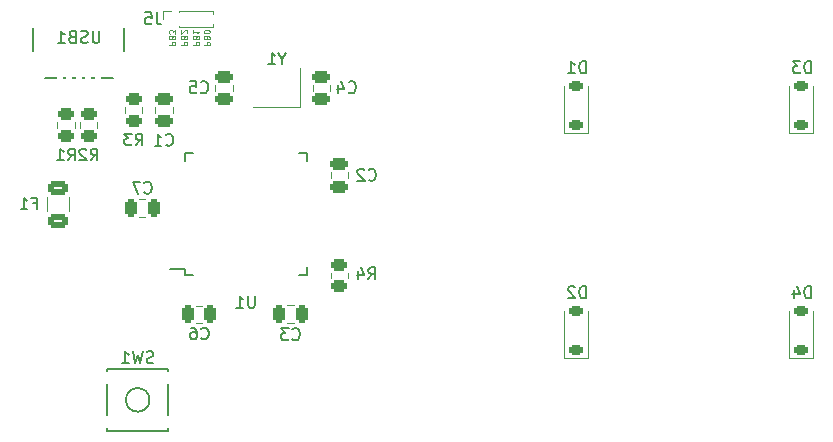
<source format=gbo>
%TF.GenerationSoftware,KiCad,Pcbnew,7.0.10*%
%TF.CreationDate,2024-01-31T10:21:27-06:00*%
%TF.ProjectId,Keyboard3x3,4b657962-6f61-4726-9433-78332e6b6963,rev?*%
%TF.SameCoordinates,Original*%
%TF.FileFunction,Legend,Bot*%
%TF.FilePolarity,Positive*%
%FSLAX46Y46*%
G04 Gerber Fmt 4.6, Leading zero omitted, Abs format (unit mm)*
G04 Created by KiCad (PCBNEW 7.0.10) date 2024-01-31 10:21:27*
%MOMM*%
%LPD*%
G01*
G04 APERTURE LIST*
G04 Aperture macros list*
%AMRoundRect*
0 Rectangle with rounded corners*
0 $1 Rounding radius*
0 $2 $3 $4 $5 $6 $7 $8 $9 X,Y pos of 4 corners*
0 Add a 4 corners polygon primitive as box body*
4,1,4,$2,$3,$4,$5,$6,$7,$8,$9,$2,$3,0*
0 Add four circle primitives for the rounded corners*
1,1,$1+$1,$2,$3*
1,1,$1+$1,$4,$5*
1,1,$1+$1,$6,$7*
1,1,$1+$1,$8,$9*
0 Add four rect primitives between the rounded corners*
20,1,$1+$1,$2,$3,$4,$5,0*
20,1,$1+$1,$4,$5,$6,$7,0*
20,1,$1+$1,$6,$7,$8,$9,0*
20,1,$1+$1,$8,$9,$2,$3,0*%
%AMHorizOval*
0 Thick line with rounded ends*
0 $1 width*
0 $2 $3 position (X,Y) of the first rounded end (center of the circle)*
0 $4 $5 position (X,Y) of the second rounded end (center of the circle)*
0 Add line between two ends*
20,1,$1,$2,$3,$4,$5,0*
0 Add two circle primitives to create the rounded ends*
1,1,$1,$2,$3*
1,1,$1,$4,$5*%
G04 Aperture macros list end*
%ADD10C,0.076200*%
%ADD11C,0.150000*%
%ADD12C,0.120000*%
%ADD13R,0.850000X0.850000*%
%ADD14O,0.850000X0.850000*%
%ADD15C,1.750000*%
%ADD16C,3.987800*%
%ADD17HorizOval,2.250000X0.655001X0.730000X-0.655001X-0.730000X0*%
%ADD18C,2.250000*%
%ADD19HorizOval,2.250000X0.020000X0.290000X-0.020000X-0.290000X0*%
%ADD20C,1.905000*%
%ADD21R,1.905000X1.905000*%
%ADD22R,0.500000X2.250000*%
%ADD23O,1.700000X2.700000*%
%ADD24RoundRect,0.250000X-0.250000X-0.475000X0.250000X-0.475000X0.250000X0.475000X-0.250000X0.475000X0*%
%ADD25RoundRect,0.250000X-0.450000X0.262500X-0.450000X-0.262500X0.450000X-0.262500X0.450000X0.262500X0*%
%ADD26RoundRect,0.225000X0.375000X-0.225000X0.375000X0.225000X-0.375000X0.225000X-0.375000X-0.225000X0*%
%ADD27RoundRect,0.250000X0.250000X0.475000X-0.250000X0.475000X-0.250000X-0.475000X0.250000X-0.475000X0*%
%ADD28RoundRect,0.250000X0.475000X-0.250000X0.475000X0.250000X-0.475000X0.250000X-0.475000X-0.250000X0*%
%ADD29RoundRect,0.250000X-0.475000X0.250000X-0.475000X-0.250000X0.475000X-0.250000X0.475000X0.250000X0*%
%ADD30R,1.400000X1.200000*%
%ADD31R,1.500000X0.550000*%
%ADD32R,0.550000X1.500000*%
%ADD33R,1.800000X1.100000*%
%ADD34RoundRect,0.250000X-0.625000X0.375000X-0.625000X-0.375000X0.625000X-0.375000X0.625000X0.375000X0*%
G04 APERTURE END LIST*
D10*
X52294952Y-52138952D02*
X52802952Y-52138952D01*
X52802952Y-52138952D02*
X52802952Y-51945428D01*
X52802952Y-51945428D02*
X52778762Y-51897047D01*
X52778762Y-51897047D02*
X52754571Y-51872857D01*
X52754571Y-51872857D02*
X52706190Y-51848666D01*
X52706190Y-51848666D02*
X52633619Y-51848666D01*
X52633619Y-51848666D02*
X52585238Y-51872857D01*
X52585238Y-51872857D02*
X52561047Y-51897047D01*
X52561047Y-51897047D02*
X52536857Y-51945428D01*
X52536857Y-51945428D02*
X52536857Y-52138952D01*
X52561047Y-51461619D02*
X52536857Y-51389047D01*
X52536857Y-51389047D02*
X52512666Y-51364857D01*
X52512666Y-51364857D02*
X52464285Y-51340666D01*
X52464285Y-51340666D02*
X52391714Y-51340666D01*
X52391714Y-51340666D02*
X52343333Y-51364857D01*
X52343333Y-51364857D02*
X52319143Y-51389047D01*
X52319143Y-51389047D02*
X52294952Y-51437428D01*
X52294952Y-51437428D02*
X52294952Y-51630952D01*
X52294952Y-51630952D02*
X52802952Y-51630952D01*
X52802952Y-51630952D02*
X52802952Y-51461619D01*
X52802952Y-51461619D02*
X52778762Y-51413238D01*
X52778762Y-51413238D02*
X52754571Y-51389047D01*
X52754571Y-51389047D02*
X52706190Y-51364857D01*
X52706190Y-51364857D02*
X52657809Y-51364857D01*
X52657809Y-51364857D02*
X52609428Y-51389047D01*
X52609428Y-51389047D02*
X52585238Y-51413238D01*
X52585238Y-51413238D02*
X52561047Y-51461619D01*
X52561047Y-51461619D02*
X52561047Y-51630952D01*
X52802952Y-51171333D02*
X52802952Y-50856857D01*
X52802952Y-50856857D02*
X52609428Y-51026190D01*
X52609428Y-51026190D02*
X52609428Y-50953619D01*
X52609428Y-50953619D02*
X52585238Y-50905238D01*
X52585238Y-50905238D02*
X52561047Y-50881047D01*
X52561047Y-50881047D02*
X52512666Y-50856857D01*
X52512666Y-50856857D02*
X52391714Y-50856857D01*
X52391714Y-50856857D02*
X52343333Y-50881047D01*
X52343333Y-50881047D02*
X52319143Y-50905238D01*
X52319143Y-50905238D02*
X52294952Y-50953619D01*
X52294952Y-50953619D02*
X52294952Y-51098762D01*
X52294952Y-51098762D02*
X52319143Y-51147143D01*
X52319143Y-51147143D02*
X52343333Y-51171333D01*
X53310952Y-52138952D02*
X53818952Y-52138952D01*
X53818952Y-52138952D02*
X53818952Y-51945428D01*
X53818952Y-51945428D02*
X53794762Y-51897047D01*
X53794762Y-51897047D02*
X53770571Y-51872857D01*
X53770571Y-51872857D02*
X53722190Y-51848666D01*
X53722190Y-51848666D02*
X53649619Y-51848666D01*
X53649619Y-51848666D02*
X53601238Y-51872857D01*
X53601238Y-51872857D02*
X53577047Y-51897047D01*
X53577047Y-51897047D02*
X53552857Y-51945428D01*
X53552857Y-51945428D02*
X53552857Y-52138952D01*
X53577047Y-51461619D02*
X53552857Y-51389047D01*
X53552857Y-51389047D02*
X53528666Y-51364857D01*
X53528666Y-51364857D02*
X53480285Y-51340666D01*
X53480285Y-51340666D02*
X53407714Y-51340666D01*
X53407714Y-51340666D02*
X53359333Y-51364857D01*
X53359333Y-51364857D02*
X53335143Y-51389047D01*
X53335143Y-51389047D02*
X53310952Y-51437428D01*
X53310952Y-51437428D02*
X53310952Y-51630952D01*
X53310952Y-51630952D02*
X53818952Y-51630952D01*
X53818952Y-51630952D02*
X53818952Y-51461619D01*
X53818952Y-51461619D02*
X53794762Y-51413238D01*
X53794762Y-51413238D02*
X53770571Y-51389047D01*
X53770571Y-51389047D02*
X53722190Y-51364857D01*
X53722190Y-51364857D02*
X53673809Y-51364857D01*
X53673809Y-51364857D02*
X53625428Y-51389047D01*
X53625428Y-51389047D02*
X53601238Y-51413238D01*
X53601238Y-51413238D02*
X53577047Y-51461619D01*
X53577047Y-51461619D02*
X53577047Y-51630952D01*
X53770571Y-51147143D02*
X53794762Y-51122952D01*
X53794762Y-51122952D02*
X53818952Y-51074571D01*
X53818952Y-51074571D02*
X53818952Y-50953619D01*
X53818952Y-50953619D02*
X53794762Y-50905238D01*
X53794762Y-50905238D02*
X53770571Y-50881047D01*
X53770571Y-50881047D02*
X53722190Y-50856857D01*
X53722190Y-50856857D02*
X53673809Y-50856857D01*
X53673809Y-50856857D02*
X53601238Y-50881047D01*
X53601238Y-50881047D02*
X53310952Y-51171333D01*
X53310952Y-51171333D02*
X53310952Y-50856857D01*
X54326952Y-52138952D02*
X54834952Y-52138952D01*
X54834952Y-52138952D02*
X54834952Y-51945428D01*
X54834952Y-51945428D02*
X54810762Y-51897047D01*
X54810762Y-51897047D02*
X54786571Y-51872857D01*
X54786571Y-51872857D02*
X54738190Y-51848666D01*
X54738190Y-51848666D02*
X54665619Y-51848666D01*
X54665619Y-51848666D02*
X54617238Y-51872857D01*
X54617238Y-51872857D02*
X54593047Y-51897047D01*
X54593047Y-51897047D02*
X54568857Y-51945428D01*
X54568857Y-51945428D02*
X54568857Y-52138952D01*
X54593047Y-51461619D02*
X54568857Y-51389047D01*
X54568857Y-51389047D02*
X54544666Y-51364857D01*
X54544666Y-51364857D02*
X54496285Y-51340666D01*
X54496285Y-51340666D02*
X54423714Y-51340666D01*
X54423714Y-51340666D02*
X54375333Y-51364857D01*
X54375333Y-51364857D02*
X54351143Y-51389047D01*
X54351143Y-51389047D02*
X54326952Y-51437428D01*
X54326952Y-51437428D02*
X54326952Y-51630952D01*
X54326952Y-51630952D02*
X54834952Y-51630952D01*
X54834952Y-51630952D02*
X54834952Y-51461619D01*
X54834952Y-51461619D02*
X54810762Y-51413238D01*
X54810762Y-51413238D02*
X54786571Y-51389047D01*
X54786571Y-51389047D02*
X54738190Y-51364857D01*
X54738190Y-51364857D02*
X54689809Y-51364857D01*
X54689809Y-51364857D02*
X54641428Y-51389047D01*
X54641428Y-51389047D02*
X54617238Y-51413238D01*
X54617238Y-51413238D02*
X54593047Y-51461619D01*
X54593047Y-51461619D02*
X54593047Y-51630952D01*
X54326952Y-50856857D02*
X54326952Y-51147143D01*
X54326952Y-51002000D02*
X54834952Y-51002000D01*
X54834952Y-51002000D02*
X54762381Y-51050381D01*
X54762381Y-51050381D02*
X54714000Y-51098762D01*
X54714000Y-51098762D02*
X54689809Y-51147143D01*
X55215952Y-52138952D02*
X55723952Y-52138952D01*
X55723952Y-52138952D02*
X55723952Y-51945428D01*
X55723952Y-51945428D02*
X55699762Y-51897047D01*
X55699762Y-51897047D02*
X55675571Y-51872857D01*
X55675571Y-51872857D02*
X55627190Y-51848666D01*
X55627190Y-51848666D02*
X55554619Y-51848666D01*
X55554619Y-51848666D02*
X55506238Y-51872857D01*
X55506238Y-51872857D02*
X55482047Y-51897047D01*
X55482047Y-51897047D02*
X55457857Y-51945428D01*
X55457857Y-51945428D02*
X55457857Y-52138952D01*
X55482047Y-51461619D02*
X55457857Y-51389047D01*
X55457857Y-51389047D02*
X55433666Y-51364857D01*
X55433666Y-51364857D02*
X55385285Y-51340666D01*
X55385285Y-51340666D02*
X55312714Y-51340666D01*
X55312714Y-51340666D02*
X55264333Y-51364857D01*
X55264333Y-51364857D02*
X55240143Y-51389047D01*
X55240143Y-51389047D02*
X55215952Y-51437428D01*
X55215952Y-51437428D02*
X55215952Y-51630952D01*
X55215952Y-51630952D02*
X55723952Y-51630952D01*
X55723952Y-51630952D02*
X55723952Y-51461619D01*
X55723952Y-51461619D02*
X55699762Y-51413238D01*
X55699762Y-51413238D02*
X55675571Y-51389047D01*
X55675571Y-51389047D02*
X55627190Y-51364857D01*
X55627190Y-51364857D02*
X55578809Y-51364857D01*
X55578809Y-51364857D02*
X55530428Y-51389047D01*
X55530428Y-51389047D02*
X55506238Y-51413238D01*
X55506238Y-51413238D02*
X55482047Y-51461619D01*
X55482047Y-51461619D02*
X55482047Y-51630952D01*
X55723952Y-51026190D02*
X55723952Y-50977809D01*
X55723952Y-50977809D02*
X55699762Y-50929428D01*
X55699762Y-50929428D02*
X55675571Y-50905238D01*
X55675571Y-50905238D02*
X55627190Y-50881047D01*
X55627190Y-50881047D02*
X55530428Y-50856857D01*
X55530428Y-50856857D02*
X55409476Y-50856857D01*
X55409476Y-50856857D02*
X55312714Y-50881047D01*
X55312714Y-50881047D02*
X55264333Y-50905238D01*
X55264333Y-50905238D02*
X55240143Y-50929428D01*
X55240143Y-50929428D02*
X55215952Y-50977809D01*
X55215952Y-50977809D02*
X55215952Y-51026190D01*
X55215952Y-51026190D02*
X55240143Y-51074571D01*
X55240143Y-51074571D02*
X55264333Y-51098762D01*
X55264333Y-51098762D02*
X55312714Y-51122952D01*
X55312714Y-51122952D02*
X55409476Y-51147143D01*
X55409476Y-51147143D02*
X55530428Y-51147143D01*
X55530428Y-51147143D02*
X55627190Y-51122952D01*
X55627190Y-51122952D02*
X55675571Y-51098762D01*
X55675571Y-51098762D02*
X55699762Y-51074571D01*
X55699762Y-51074571D02*
X55723952Y-51026190D01*
D11*
X51233333Y-49374819D02*
X51233333Y-50089104D01*
X51233333Y-50089104D02*
X51280952Y-50231961D01*
X51280952Y-50231961D02*
X51376190Y-50327200D01*
X51376190Y-50327200D02*
X51519047Y-50374819D01*
X51519047Y-50374819D02*
X51614285Y-50374819D01*
X50280952Y-49374819D02*
X50757142Y-49374819D01*
X50757142Y-49374819D02*
X50804761Y-49851009D01*
X50804761Y-49851009D02*
X50757142Y-49803390D01*
X50757142Y-49803390D02*
X50661904Y-49755771D01*
X50661904Y-49755771D02*
X50423809Y-49755771D01*
X50423809Y-49755771D02*
X50328571Y-49803390D01*
X50328571Y-49803390D02*
X50280952Y-49851009D01*
X50280952Y-49851009D02*
X50233333Y-49946247D01*
X50233333Y-49946247D02*
X50233333Y-50184342D01*
X50233333Y-50184342D02*
X50280952Y-50279580D01*
X50280952Y-50279580D02*
X50328571Y-50327200D01*
X50328571Y-50327200D02*
X50423809Y-50374819D01*
X50423809Y-50374819D02*
X50661904Y-50374819D01*
X50661904Y-50374819D02*
X50757142Y-50327200D01*
X50757142Y-50327200D02*
X50804761Y-50279580D01*
X46390094Y-50936819D02*
X46390094Y-51746342D01*
X46390094Y-51746342D02*
X46342475Y-51841580D01*
X46342475Y-51841580D02*
X46294856Y-51889200D01*
X46294856Y-51889200D02*
X46199618Y-51936819D01*
X46199618Y-51936819D02*
X46009142Y-51936819D01*
X46009142Y-51936819D02*
X45913904Y-51889200D01*
X45913904Y-51889200D02*
X45866285Y-51841580D01*
X45866285Y-51841580D02*
X45818666Y-51746342D01*
X45818666Y-51746342D02*
X45818666Y-50936819D01*
X45390094Y-51889200D02*
X45247237Y-51936819D01*
X45247237Y-51936819D02*
X45009142Y-51936819D01*
X45009142Y-51936819D02*
X44913904Y-51889200D01*
X44913904Y-51889200D02*
X44866285Y-51841580D01*
X44866285Y-51841580D02*
X44818666Y-51746342D01*
X44818666Y-51746342D02*
X44818666Y-51651104D01*
X44818666Y-51651104D02*
X44866285Y-51555866D01*
X44866285Y-51555866D02*
X44913904Y-51508247D01*
X44913904Y-51508247D02*
X45009142Y-51460628D01*
X45009142Y-51460628D02*
X45199618Y-51413009D01*
X45199618Y-51413009D02*
X45294856Y-51365390D01*
X45294856Y-51365390D02*
X45342475Y-51317771D01*
X45342475Y-51317771D02*
X45390094Y-51222533D01*
X45390094Y-51222533D02*
X45390094Y-51127295D01*
X45390094Y-51127295D02*
X45342475Y-51032057D01*
X45342475Y-51032057D02*
X45294856Y-50984438D01*
X45294856Y-50984438D02*
X45199618Y-50936819D01*
X45199618Y-50936819D02*
X44961523Y-50936819D01*
X44961523Y-50936819D02*
X44818666Y-50984438D01*
X44056761Y-51413009D02*
X43913904Y-51460628D01*
X43913904Y-51460628D02*
X43866285Y-51508247D01*
X43866285Y-51508247D02*
X43818666Y-51603485D01*
X43818666Y-51603485D02*
X43818666Y-51746342D01*
X43818666Y-51746342D02*
X43866285Y-51841580D01*
X43866285Y-51841580D02*
X43913904Y-51889200D01*
X43913904Y-51889200D02*
X44009142Y-51936819D01*
X44009142Y-51936819D02*
X44390094Y-51936819D01*
X44390094Y-51936819D02*
X44390094Y-50936819D01*
X44390094Y-50936819D02*
X44056761Y-50936819D01*
X44056761Y-50936819D02*
X43961523Y-50984438D01*
X43961523Y-50984438D02*
X43913904Y-51032057D01*
X43913904Y-51032057D02*
X43866285Y-51127295D01*
X43866285Y-51127295D02*
X43866285Y-51222533D01*
X43866285Y-51222533D02*
X43913904Y-51317771D01*
X43913904Y-51317771D02*
X43961523Y-51365390D01*
X43961523Y-51365390D02*
X44056761Y-51413009D01*
X44056761Y-51413009D02*
X44390094Y-51413009D01*
X42866285Y-51936819D02*
X43437713Y-51936819D01*
X43151999Y-51936819D02*
X43151999Y-50936819D01*
X43151999Y-50936819D02*
X43247237Y-51079676D01*
X43247237Y-51079676D02*
X43342475Y-51174914D01*
X43342475Y-51174914D02*
X43437713Y-51222533D01*
X55010666Y-76959080D02*
X55058285Y-77006700D01*
X55058285Y-77006700D02*
X55201142Y-77054319D01*
X55201142Y-77054319D02*
X55296380Y-77054319D01*
X55296380Y-77054319D02*
X55439237Y-77006700D01*
X55439237Y-77006700D02*
X55534475Y-76911461D01*
X55534475Y-76911461D02*
X55582094Y-76816223D01*
X55582094Y-76816223D02*
X55629713Y-76625747D01*
X55629713Y-76625747D02*
X55629713Y-76482890D01*
X55629713Y-76482890D02*
X55582094Y-76292414D01*
X55582094Y-76292414D02*
X55534475Y-76197176D01*
X55534475Y-76197176D02*
X55439237Y-76101938D01*
X55439237Y-76101938D02*
X55296380Y-76054319D01*
X55296380Y-76054319D02*
X55201142Y-76054319D01*
X55201142Y-76054319D02*
X55058285Y-76101938D01*
X55058285Y-76101938D02*
X55010666Y-76149557D01*
X54153523Y-76054319D02*
X54343999Y-76054319D01*
X54343999Y-76054319D02*
X54439237Y-76101938D01*
X54439237Y-76101938D02*
X54486856Y-76149557D01*
X54486856Y-76149557D02*
X54582094Y-76292414D01*
X54582094Y-76292414D02*
X54629713Y-76482890D01*
X54629713Y-76482890D02*
X54629713Y-76863842D01*
X54629713Y-76863842D02*
X54582094Y-76959080D01*
X54582094Y-76959080D02*
X54534475Y-77006700D01*
X54534475Y-77006700D02*
X54439237Y-77054319D01*
X54439237Y-77054319D02*
X54248761Y-77054319D01*
X54248761Y-77054319D02*
X54153523Y-77006700D01*
X54153523Y-77006700D02*
X54105904Y-76959080D01*
X54105904Y-76959080D02*
X54058285Y-76863842D01*
X54058285Y-76863842D02*
X54058285Y-76625747D01*
X54058285Y-76625747D02*
X54105904Y-76530509D01*
X54105904Y-76530509D02*
X54153523Y-76482890D01*
X54153523Y-76482890D02*
X54248761Y-76435271D01*
X54248761Y-76435271D02*
X54439237Y-76435271D01*
X54439237Y-76435271D02*
X54534475Y-76482890D01*
X54534475Y-76482890D02*
X54582094Y-76530509D01*
X54582094Y-76530509D02*
X54629713Y-76625747D01*
X45646666Y-61899819D02*
X45979999Y-61423628D01*
X46218094Y-61899819D02*
X46218094Y-60899819D01*
X46218094Y-60899819D02*
X45837142Y-60899819D01*
X45837142Y-60899819D02*
X45741904Y-60947438D01*
X45741904Y-60947438D02*
X45694285Y-60995057D01*
X45694285Y-60995057D02*
X45646666Y-61090295D01*
X45646666Y-61090295D02*
X45646666Y-61233152D01*
X45646666Y-61233152D02*
X45694285Y-61328390D01*
X45694285Y-61328390D02*
X45741904Y-61376009D01*
X45741904Y-61376009D02*
X45837142Y-61423628D01*
X45837142Y-61423628D02*
X46218094Y-61423628D01*
X45265713Y-60995057D02*
X45218094Y-60947438D01*
X45218094Y-60947438D02*
X45122856Y-60899819D01*
X45122856Y-60899819D02*
X44884761Y-60899819D01*
X44884761Y-60899819D02*
X44789523Y-60947438D01*
X44789523Y-60947438D02*
X44741904Y-60995057D01*
X44741904Y-60995057D02*
X44694285Y-61090295D01*
X44694285Y-61090295D02*
X44694285Y-61185533D01*
X44694285Y-61185533D02*
X44741904Y-61328390D01*
X44741904Y-61328390D02*
X45313332Y-61899819D01*
X45313332Y-61899819D02*
X44694285Y-61899819D01*
X49456666Y-60629819D02*
X49789999Y-60153628D01*
X50028094Y-60629819D02*
X50028094Y-59629819D01*
X50028094Y-59629819D02*
X49647142Y-59629819D01*
X49647142Y-59629819D02*
X49551904Y-59677438D01*
X49551904Y-59677438D02*
X49504285Y-59725057D01*
X49504285Y-59725057D02*
X49456666Y-59820295D01*
X49456666Y-59820295D02*
X49456666Y-59963152D01*
X49456666Y-59963152D02*
X49504285Y-60058390D01*
X49504285Y-60058390D02*
X49551904Y-60106009D01*
X49551904Y-60106009D02*
X49647142Y-60153628D01*
X49647142Y-60153628D02*
X50028094Y-60153628D01*
X49123332Y-59629819D02*
X48504285Y-59629819D01*
X48504285Y-59629819D02*
X48837618Y-60010771D01*
X48837618Y-60010771D02*
X48694761Y-60010771D01*
X48694761Y-60010771D02*
X48599523Y-60058390D01*
X48599523Y-60058390D02*
X48551904Y-60106009D01*
X48551904Y-60106009D02*
X48504285Y-60201247D01*
X48504285Y-60201247D02*
X48504285Y-60439342D01*
X48504285Y-60439342D02*
X48551904Y-60534580D01*
X48551904Y-60534580D02*
X48599523Y-60582200D01*
X48599523Y-60582200D02*
X48694761Y-60629819D01*
X48694761Y-60629819D02*
X48980475Y-60629819D01*
X48980475Y-60629819D02*
X49075713Y-60582200D01*
X49075713Y-60582200D02*
X49123332Y-60534580D01*
X43741666Y-61899819D02*
X44074999Y-61423628D01*
X44313094Y-61899819D02*
X44313094Y-60899819D01*
X44313094Y-60899819D02*
X43932142Y-60899819D01*
X43932142Y-60899819D02*
X43836904Y-60947438D01*
X43836904Y-60947438D02*
X43789285Y-60995057D01*
X43789285Y-60995057D02*
X43741666Y-61090295D01*
X43741666Y-61090295D02*
X43741666Y-61233152D01*
X43741666Y-61233152D02*
X43789285Y-61328390D01*
X43789285Y-61328390D02*
X43836904Y-61376009D01*
X43836904Y-61376009D02*
X43932142Y-61423628D01*
X43932142Y-61423628D02*
X44313094Y-61423628D01*
X42789285Y-61899819D02*
X43360713Y-61899819D01*
X43074999Y-61899819D02*
X43074999Y-60899819D01*
X43074999Y-60899819D02*
X43170237Y-61042676D01*
X43170237Y-61042676D02*
X43265475Y-61137914D01*
X43265475Y-61137914D02*
X43360713Y-61185533D01*
X106635594Y-54504819D02*
X106635594Y-53504819D01*
X106635594Y-53504819D02*
X106397499Y-53504819D01*
X106397499Y-53504819D02*
X106254642Y-53552438D01*
X106254642Y-53552438D02*
X106159404Y-53647676D01*
X106159404Y-53647676D02*
X106111785Y-53742914D01*
X106111785Y-53742914D02*
X106064166Y-53933390D01*
X106064166Y-53933390D02*
X106064166Y-54076247D01*
X106064166Y-54076247D02*
X106111785Y-54266723D01*
X106111785Y-54266723D02*
X106159404Y-54361961D01*
X106159404Y-54361961D02*
X106254642Y-54457200D01*
X106254642Y-54457200D02*
X106397499Y-54504819D01*
X106397499Y-54504819D02*
X106635594Y-54504819D01*
X105730832Y-53504819D02*
X105111785Y-53504819D01*
X105111785Y-53504819D02*
X105445118Y-53885771D01*
X105445118Y-53885771D02*
X105302261Y-53885771D01*
X105302261Y-53885771D02*
X105207023Y-53933390D01*
X105207023Y-53933390D02*
X105159404Y-53981009D01*
X105159404Y-53981009D02*
X105111785Y-54076247D01*
X105111785Y-54076247D02*
X105111785Y-54314342D01*
X105111785Y-54314342D02*
X105159404Y-54409580D01*
X105159404Y-54409580D02*
X105207023Y-54457200D01*
X105207023Y-54457200D02*
X105302261Y-54504819D01*
X105302261Y-54504819D02*
X105587975Y-54504819D01*
X105587975Y-54504819D02*
X105683213Y-54457200D01*
X105683213Y-54457200D02*
X105730832Y-54409580D01*
X87585594Y-54504819D02*
X87585594Y-53504819D01*
X87585594Y-53504819D02*
X87347499Y-53504819D01*
X87347499Y-53504819D02*
X87204642Y-53552438D01*
X87204642Y-53552438D02*
X87109404Y-53647676D01*
X87109404Y-53647676D02*
X87061785Y-53742914D01*
X87061785Y-53742914D02*
X87014166Y-53933390D01*
X87014166Y-53933390D02*
X87014166Y-54076247D01*
X87014166Y-54076247D02*
X87061785Y-54266723D01*
X87061785Y-54266723D02*
X87109404Y-54361961D01*
X87109404Y-54361961D02*
X87204642Y-54457200D01*
X87204642Y-54457200D02*
X87347499Y-54504819D01*
X87347499Y-54504819D02*
X87585594Y-54504819D01*
X86061785Y-54504819D02*
X86633213Y-54504819D01*
X86347499Y-54504819D02*
X86347499Y-53504819D01*
X86347499Y-53504819D02*
X86442737Y-53647676D01*
X86442737Y-53647676D02*
X86537975Y-53742914D01*
X86537975Y-53742914D02*
X86633213Y-53790533D01*
X50190416Y-64607580D02*
X50238035Y-64655200D01*
X50238035Y-64655200D02*
X50380892Y-64702819D01*
X50380892Y-64702819D02*
X50476130Y-64702819D01*
X50476130Y-64702819D02*
X50618987Y-64655200D01*
X50618987Y-64655200D02*
X50714225Y-64559961D01*
X50714225Y-64559961D02*
X50761844Y-64464723D01*
X50761844Y-64464723D02*
X50809463Y-64274247D01*
X50809463Y-64274247D02*
X50809463Y-64131390D01*
X50809463Y-64131390D02*
X50761844Y-63940914D01*
X50761844Y-63940914D02*
X50714225Y-63845676D01*
X50714225Y-63845676D02*
X50618987Y-63750438D01*
X50618987Y-63750438D02*
X50476130Y-63702819D01*
X50476130Y-63702819D02*
X50380892Y-63702819D01*
X50380892Y-63702819D02*
X50238035Y-63750438D01*
X50238035Y-63750438D02*
X50190416Y-63798057D01*
X49857082Y-63702819D02*
X49190416Y-63702819D01*
X49190416Y-63702819D02*
X49618987Y-64702819D01*
X69187666Y-63524830D02*
X69235285Y-63572450D01*
X69235285Y-63572450D02*
X69378142Y-63620069D01*
X69378142Y-63620069D02*
X69473380Y-63620069D01*
X69473380Y-63620069D02*
X69616237Y-63572450D01*
X69616237Y-63572450D02*
X69711475Y-63477211D01*
X69711475Y-63477211D02*
X69759094Y-63381973D01*
X69759094Y-63381973D02*
X69806713Y-63191497D01*
X69806713Y-63191497D02*
X69806713Y-63048640D01*
X69806713Y-63048640D02*
X69759094Y-62858164D01*
X69759094Y-62858164D02*
X69711475Y-62762926D01*
X69711475Y-62762926D02*
X69616237Y-62667688D01*
X69616237Y-62667688D02*
X69473380Y-62620069D01*
X69473380Y-62620069D02*
X69378142Y-62620069D01*
X69378142Y-62620069D02*
X69235285Y-62667688D01*
X69235285Y-62667688D02*
X69187666Y-62715307D01*
X68806713Y-62715307D02*
X68759094Y-62667688D01*
X68759094Y-62667688D02*
X68663856Y-62620069D01*
X68663856Y-62620069D02*
X68425761Y-62620069D01*
X68425761Y-62620069D02*
X68330523Y-62667688D01*
X68330523Y-62667688D02*
X68282904Y-62715307D01*
X68282904Y-62715307D02*
X68235285Y-62810545D01*
X68235285Y-62810545D02*
X68235285Y-62905783D01*
X68235285Y-62905783D02*
X68282904Y-63048640D01*
X68282904Y-63048640D02*
X68854332Y-63620069D01*
X68854332Y-63620069D02*
X68235285Y-63620069D01*
X67486666Y-56109580D02*
X67534285Y-56157200D01*
X67534285Y-56157200D02*
X67677142Y-56204819D01*
X67677142Y-56204819D02*
X67772380Y-56204819D01*
X67772380Y-56204819D02*
X67915237Y-56157200D01*
X67915237Y-56157200D02*
X68010475Y-56061961D01*
X68010475Y-56061961D02*
X68058094Y-55966723D01*
X68058094Y-55966723D02*
X68105713Y-55776247D01*
X68105713Y-55776247D02*
X68105713Y-55633390D01*
X68105713Y-55633390D02*
X68058094Y-55442914D01*
X68058094Y-55442914D02*
X68010475Y-55347676D01*
X68010475Y-55347676D02*
X67915237Y-55252438D01*
X67915237Y-55252438D02*
X67772380Y-55204819D01*
X67772380Y-55204819D02*
X67677142Y-55204819D01*
X67677142Y-55204819D02*
X67534285Y-55252438D01*
X67534285Y-55252438D02*
X67486666Y-55300057D01*
X66629523Y-55538152D02*
X66629523Y-56204819D01*
X66867618Y-55157200D02*
X67105713Y-55871485D01*
X67105713Y-55871485D02*
X66486666Y-55871485D01*
X61881558Y-53293896D02*
X61881558Y-53770087D01*
X62214891Y-52770087D02*
X61881558Y-53293896D01*
X61881558Y-53293896D02*
X61548225Y-52770087D01*
X60691082Y-53770087D02*
X61262510Y-53770087D01*
X60976796Y-53770087D02*
X60976796Y-52770087D01*
X60976796Y-52770087D02*
X61072034Y-52912944D01*
X61072034Y-52912944D02*
X61167272Y-53008182D01*
X61167272Y-53008182D02*
X61262510Y-53055801D01*
X59541904Y-73369819D02*
X59541904Y-74179342D01*
X59541904Y-74179342D02*
X59494285Y-74274580D01*
X59494285Y-74274580D02*
X59446666Y-74322200D01*
X59446666Y-74322200D02*
X59351428Y-74369819D01*
X59351428Y-74369819D02*
X59160952Y-74369819D01*
X59160952Y-74369819D02*
X59065714Y-74322200D01*
X59065714Y-74322200D02*
X59018095Y-74274580D01*
X59018095Y-74274580D02*
X58970476Y-74179342D01*
X58970476Y-74179342D02*
X58970476Y-73369819D01*
X57970476Y-74369819D02*
X58541904Y-74369819D01*
X58256190Y-74369819D02*
X58256190Y-73369819D01*
X58256190Y-73369819D02*
X58351428Y-73512676D01*
X58351428Y-73512676D02*
X58446666Y-73607914D01*
X58446666Y-73607914D02*
X58541904Y-73655533D01*
X62731666Y-77023830D02*
X62779285Y-77071450D01*
X62779285Y-77071450D02*
X62922142Y-77119069D01*
X62922142Y-77119069D02*
X63017380Y-77119069D01*
X63017380Y-77119069D02*
X63160237Y-77071450D01*
X63160237Y-77071450D02*
X63255475Y-76976211D01*
X63255475Y-76976211D02*
X63303094Y-76880973D01*
X63303094Y-76880973D02*
X63350713Y-76690497D01*
X63350713Y-76690497D02*
X63350713Y-76547640D01*
X63350713Y-76547640D02*
X63303094Y-76357164D01*
X63303094Y-76357164D02*
X63255475Y-76261926D01*
X63255475Y-76261926D02*
X63160237Y-76166688D01*
X63160237Y-76166688D02*
X63017380Y-76119069D01*
X63017380Y-76119069D02*
X62922142Y-76119069D01*
X62922142Y-76119069D02*
X62779285Y-76166688D01*
X62779285Y-76166688D02*
X62731666Y-76214307D01*
X62398332Y-76119069D02*
X61779285Y-76119069D01*
X61779285Y-76119069D02*
X62112618Y-76500021D01*
X62112618Y-76500021D02*
X61969761Y-76500021D01*
X61969761Y-76500021D02*
X61874523Y-76547640D01*
X61874523Y-76547640D02*
X61826904Y-76595259D01*
X61826904Y-76595259D02*
X61779285Y-76690497D01*
X61779285Y-76690497D02*
X61779285Y-76928592D01*
X61779285Y-76928592D02*
X61826904Y-77023830D01*
X61826904Y-77023830D02*
X61874523Y-77071450D01*
X61874523Y-77071450D02*
X61969761Y-77119069D01*
X61969761Y-77119069D02*
X62255475Y-77119069D01*
X62255475Y-77119069D02*
X62350713Y-77071450D01*
X62350713Y-77071450D02*
X62398332Y-77023830D01*
X69169416Y-71961819D02*
X69502749Y-71485628D01*
X69740844Y-71961819D02*
X69740844Y-70961819D01*
X69740844Y-70961819D02*
X69359892Y-70961819D01*
X69359892Y-70961819D02*
X69264654Y-71009438D01*
X69264654Y-71009438D02*
X69217035Y-71057057D01*
X69217035Y-71057057D02*
X69169416Y-71152295D01*
X69169416Y-71152295D02*
X69169416Y-71295152D01*
X69169416Y-71295152D02*
X69217035Y-71390390D01*
X69217035Y-71390390D02*
X69264654Y-71438009D01*
X69264654Y-71438009D02*
X69359892Y-71485628D01*
X69359892Y-71485628D02*
X69740844Y-71485628D01*
X68312273Y-71295152D02*
X68312273Y-71961819D01*
X68550368Y-70914200D02*
X68788463Y-71628485D01*
X68788463Y-71628485D02*
X68169416Y-71628485D01*
X106635594Y-73554819D02*
X106635594Y-72554819D01*
X106635594Y-72554819D02*
X106397499Y-72554819D01*
X106397499Y-72554819D02*
X106254642Y-72602438D01*
X106254642Y-72602438D02*
X106159404Y-72697676D01*
X106159404Y-72697676D02*
X106111785Y-72792914D01*
X106111785Y-72792914D02*
X106064166Y-72983390D01*
X106064166Y-72983390D02*
X106064166Y-73126247D01*
X106064166Y-73126247D02*
X106111785Y-73316723D01*
X106111785Y-73316723D02*
X106159404Y-73411961D01*
X106159404Y-73411961D02*
X106254642Y-73507200D01*
X106254642Y-73507200D02*
X106397499Y-73554819D01*
X106397499Y-73554819D02*
X106635594Y-73554819D01*
X105207023Y-72888152D02*
X105207023Y-73554819D01*
X105445118Y-72507200D02*
X105683213Y-73221485D01*
X105683213Y-73221485D02*
X105064166Y-73221485D01*
X50959772Y-79024450D02*
X50816915Y-79072069D01*
X50816915Y-79072069D02*
X50578820Y-79072069D01*
X50578820Y-79072069D02*
X50483582Y-79024450D01*
X50483582Y-79024450D02*
X50435963Y-78976830D01*
X50435963Y-78976830D02*
X50388344Y-78881592D01*
X50388344Y-78881592D02*
X50388344Y-78786354D01*
X50388344Y-78786354D02*
X50435963Y-78691116D01*
X50435963Y-78691116D02*
X50483582Y-78643497D01*
X50483582Y-78643497D02*
X50578820Y-78595878D01*
X50578820Y-78595878D02*
X50769296Y-78548259D01*
X50769296Y-78548259D02*
X50864534Y-78500640D01*
X50864534Y-78500640D02*
X50912153Y-78453021D01*
X50912153Y-78453021D02*
X50959772Y-78357783D01*
X50959772Y-78357783D02*
X50959772Y-78262545D01*
X50959772Y-78262545D02*
X50912153Y-78167307D01*
X50912153Y-78167307D02*
X50864534Y-78119688D01*
X50864534Y-78119688D02*
X50769296Y-78072069D01*
X50769296Y-78072069D02*
X50531201Y-78072069D01*
X50531201Y-78072069D02*
X50388344Y-78119688D01*
X50055010Y-78072069D02*
X49816915Y-79072069D01*
X49816915Y-79072069D02*
X49626439Y-78357783D01*
X49626439Y-78357783D02*
X49435963Y-79072069D01*
X49435963Y-79072069D02*
X49197868Y-78072069D01*
X48293106Y-79072069D02*
X48864534Y-79072069D01*
X48578820Y-79072069D02*
X48578820Y-78072069D01*
X48578820Y-78072069D02*
X48674058Y-78214926D01*
X48674058Y-78214926D02*
X48769296Y-78310164D01*
X48769296Y-78310164D02*
X48864534Y-78357783D01*
X52021666Y-60554580D02*
X52069285Y-60602200D01*
X52069285Y-60602200D02*
X52212142Y-60649819D01*
X52212142Y-60649819D02*
X52307380Y-60649819D01*
X52307380Y-60649819D02*
X52450237Y-60602200D01*
X52450237Y-60602200D02*
X52545475Y-60506961D01*
X52545475Y-60506961D02*
X52593094Y-60411723D01*
X52593094Y-60411723D02*
X52640713Y-60221247D01*
X52640713Y-60221247D02*
X52640713Y-60078390D01*
X52640713Y-60078390D02*
X52593094Y-59887914D01*
X52593094Y-59887914D02*
X52545475Y-59792676D01*
X52545475Y-59792676D02*
X52450237Y-59697438D01*
X52450237Y-59697438D02*
X52307380Y-59649819D01*
X52307380Y-59649819D02*
X52212142Y-59649819D01*
X52212142Y-59649819D02*
X52069285Y-59697438D01*
X52069285Y-59697438D02*
X52021666Y-59745057D01*
X51069285Y-60649819D02*
X51640713Y-60649819D01*
X51354999Y-60649819D02*
X51354999Y-59649819D01*
X51354999Y-59649819D02*
X51450237Y-59792676D01*
X51450237Y-59792676D02*
X51545475Y-59887914D01*
X51545475Y-59887914D02*
X51640713Y-59935533D01*
X40775273Y-65524759D02*
X41108606Y-65524759D01*
X41108606Y-66048569D02*
X41108606Y-65048569D01*
X41108606Y-65048569D02*
X40632416Y-65048569D01*
X39727654Y-66048569D02*
X40299082Y-66048569D01*
X40013368Y-66048569D02*
X40013368Y-65048569D01*
X40013368Y-65048569D02*
X40108606Y-65191426D01*
X40108606Y-65191426D02*
X40203844Y-65286664D01*
X40203844Y-65286664D02*
X40299082Y-65334283D01*
X87585594Y-73554819D02*
X87585594Y-72554819D01*
X87585594Y-72554819D02*
X87347499Y-72554819D01*
X87347499Y-72554819D02*
X87204642Y-72602438D01*
X87204642Y-72602438D02*
X87109404Y-72697676D01*
X87109404Y-72697676D02*
X87061785Y-72792914D01*
X87061785Y-72792914D02*
X87014166Y-72983390D01*
X87014166Y-72983390D02*
X87014166Y-73126247D01*
X87014166Y-73126247D02*
X87061785Y-73316723D01*
X87061785Y-73316723D02*
X87109404Y-73411961D01*
X87109404Y-73411961D02*
X87204642Y-73507200D01*
X87204642Y-73507200D02*
X87347499Y-73554819D01*
X87347499Y-73554819D02*
X87585594Y-73554819D01*
X86633213Y-72650057D02*
X86585594Y-72602438D01*
X86585594Y-72602438D02*
X86490356Y-72554819D01*
X86490356Y-72554819D02*
X86252261Y-72554819D01*
X86252261Y-72554819D02*
X86157023Y-72602438D01*
X86157023Y-72602438D02*
X86109404Y-72650057D01*
X86109404Y-72650057D02*
X86061785Y-72745295D01*
X86061785Y-72745295D02*
X86061785Y-72840533D01*
X86061785Y-72840533D02*
X86109404Y-72983390D01*
X86109404Y-72983390D02*
X86680832Y-73554819D01*
X86680832Y-73554819D02*
X86061785Y-73554819D01*
X54971666Y-56109580D02*
X55019285Y-56157200D01*
X55019285Y-56157200D02*
X55162142Y-56204819D01*
X55162142Y-56204819D02*
X55257380Y-56204819D01*
X55257380Y-56204819D02*
X55400237Y-56157200D01*
X55400237Y-56157200D02*
X55495475Y-56061961D01*
X55495475Y-56061961D02*
X55543094Y-55966723D01*
X55543094Y-55966723D02*
X55590713Y-55776247D01*
X55590713Y-55776247D02*
X55590713Y-55633390D01*
X55590713Y-55633390D02*
X55543094Y-55442914D01*
X55543094Y-55442914D02*
X55495475Y-55347676D01*
X55495475Y-55347676D02*
X55400237Y-55252438D01*
X55400237Y-55252438D02*
X55257380Y-55204819D01*
X55257380Y-55204819D02*
X55162142Y-55204819D01*
X55162142Y-55204819D02*
X55019285Y-55252438D01*
X55019285Y-55252438D02*
X54971666Y-55300057D01*
X54066904Y-55204819D02*
X54543094Y-55204819D01*
X54543094Y-55204819D02*
X54590713Y-55681009D01*
X54590713Y-55681009D02*
X54543094Y-55633390D01*
X54543094Y-55633390D02*
X54447856Y-55585771D01*
X54447856Y-55585771D02*
X54209761Y-55585771D01*
X54209761Y-55585771D02*
X54114523Y-55633390D01*
X54114523Y-55633390D02*
X54066904Y-55681009D01*
X54066904Y-55681009D02*
X54019285Y-55776247D01*
X54019285Y-55776247D02*
X54019285Y-56014342D01*
X54019285Y-56014342D02*
X54066904Y-56109580D01*
X54066904Y-56109580D02*
X54114523Y-56157200D01*
X54114523Y-56157200D02*
X54209761Y-56204819D01*
X54209761Y-56204819D02*
X54447856Y-56204819D01*
X54447856Y-56204819D02*
X54543094Y-56157200D01*
X54543094Y-56157200D02*
X54590713Y-56109580D01*
D12*
%TO.C,J5*%
X51775000Y-49225000D02*
X51775000Y-49920000D01*
X53145000Y-49225000D02*
X56020000Y-49225000D01*
X52460000Y-49225000D02*
X51775000Y-49225000D01*
X53145000Y-49225000D02*
X53145000Y-49311724D01*
X56020000Y-50314493D02*
X56020000Y-50615000D01*
X53145000Y-50528276D02*
X53145000Y-50615000D01*
X56020000Y-49225000D02*
X56020000Y-49525507D01*
X53145000Y-50615000D02*
X56020000Y-50615000D01*
D11*
%TO.C,USB1*%
X48502000Y-49450000D02*
X48502000Y-54900000D01*
X40802000Y-49450000D02*
X40802000Y-54900000D01*
X40802000Y-54900000D02*
X48502000Y-54900000D01*
D12*
%TO.C,C6*%
X54582748Y-74184500D02*
X55105252Y-74184500D01*
X54582748Y-75654500D02*
X55105252Y-75654500D01*
%TO.C,R2*%
X46215000Y-58677936D02*
X46215000Y-59132064D01*
X44745000Y-58677936D02*
X44745000Y-59132064D01*
%TO.C,R3*%
X50025000Y-57407936D02*
X50025000Y-57862064D01*
X48555000Y-57407936D02*
X48555000Y-57862064D01*
%TO.C,R1*%
X44310000Y-58677936D02*
X44310000Y-59132064D01*
X42840000Y-58677936D02*
X42840000Y-59132064D01*
%TO.C,D3*%
X104802500Y-59585000D02*
X104802500Y-55575000D01*
X106802500Y-59585000D02*
X104802500Y-59585000D01*
X106802500Y-59585000D02*
X106802500Y-55575000D01*
%TO.C,D1*%
X85752500Y-59585000D02*
X85752500Y-55575000D01*
X87752500Y-59585000D02*
X85752500Y-59585000D01*
X87752500Y-59585000D02*
X87752500Y-55575000D01*
%TO.C,C7*%
X50285002Y-66663000D02*
X49762498Y-66663000D01*
X50285002Y-65193000D02*
X49762498Y-65193000D01*
%TO.C,C2*%
X65971000Y-63426502D02*
X65971000Y-62903998D01*
X67441000Y-63426502D02*
X67441000Y-62903998D01*
%TO.C,C4*%
X65925000Y-55488748D02*
X65925000Y-56011252D01*
X64455000Y-55488748D02*
X64455000Y-56011252D01*
%TO.C,Y1*%
X63405368Y-57415268D02*
X59405368Y-57415268D01*
X63405368Y-54115268D02*
X63405368Y-57415268D01*
D11*
%TO.C,U1*%
X53605000Y-61290000D02*
X53605000Y-61965000D01*
X53605000Y-61290000D02*
X54280000Y-61290000D01*
X53605000Y-71065000D02*
X52330000Y-71065000D01*
X53605000Y-71640000D02*
X53605000Y-71065000D01*
X53605000Y-71640000D02*
X54280000Y-71640000D01*
X63955000Y-61290000D02*
X63280000Y-61290000D01*
X63955000Y-61290000D02*
X63955000Y-61965000D01*
X63955000Y-71640000D02*
X63280000Y-71640000D01*
X63955000Y-71640000D02*
X63955000Y-70965000D01*
D12*
%TO.C,C3*%
X62826252Y-75650250D02*
X62303748Y-75650250D01*
X62826252Y-74180250D02*
X62303748Y-74180250D01*
%TO.C,R4*%
X67450750Y-71406936D02*
X67450750Y-71861064D01*
X65980750Y-71406936D02*
X65980750Y-71861064D01*
%TO.C,D4*%
X104802500Y-78635000D02*
X104802500Y-74625000D01*
X106802500Y-78635000D02*
X104802500Y-78635000D01*
X106802500Y-78635000D02*
X106802500Y-74625000D01*
D11*
%TO.C,SW1*%
X52226440Y-84773250D02*
X52226440Y-79573250D01*
X52226440Y-79573250D02*
X47026440Y-79573250D01*
X47026440Y-84773250D02*
X52226440Y-84773250D01*
X47026440Y-79573250D02*
X47026440Y-84773250D01*
X50626440Y-82173250D02*
G75*
G03*
X48626440Y-82173250I-1000000J0D01*
G01*
X48626440Y-82173250D02*
G75*
G03*
X50626440Y-82173250I1000000J0D01*
G01*
D12*
%TO.C,C1*%
X51120000Y-57916252D02*
X51120000Y-57393748D01*
X52590000Y-57916252D02*
X52590000Y-57393748D01*
%TO.C,F1*%
X43806940Y-64991686D02*
X43806940Y-66195814D01*
X41986940Y-64991686D02*
X41986940Y-66195814D01*
%TO.C,D2*%
X85752500Y-78635000D02*
X85752500Y-74625000D01*
X87752500Y-78635000D02*
X85752500Y-78635000D01*
X87752500Y-78635000D02*
X87752500Y-74625000D01*
%TO.C,C5*%
X56200000Y-56011252D02*
X56200000Y-55488748D01*
X57670000Y-56011252D02*
X57670000Y-55488748D01*
%TD*%
%LPC*%
D13*
%TO.C,J5*%
X52460000Y-49920000D03*
D14*
X53460000Y-49920000D03*
X54460000Y-49920000D03*
X55460000Y-49920000D03*
%TD*%
D15*
%TO.C,MX3*%
X92785000Y-57225000D03*
D16*
X97865000Y-57225000D03*
D15*
X102945000Y-57225000D03*
D17*
X94710001Y-53955000D03*
D18*
X95365000Y-53225000D03*
D19*
X100385000Y-52435000D03*
D18*
X100405000Y-52145000D03*
D20*
X96595000Y-62305000D03*
D21*
X99135000Y-62305000D03*
%TD*%
D15*
%TO.C,MX1*%
X73735000Y-57225000D03*
D16*
X78815000Y-57225000D03*
D15*
X83895000Y-57225000D03*
D17*
X75660001Y-53955000D03*
D18*
X76315000Y-53225000D03*
D19*
X81335000Y-52435000D03*
D18*
X81355000Y-52145000D03*
D20*
X77545000Y-62305000D03*
D21*
X80085000Y-62305000D03*
%TD*%
D15*
%TO.C,MX2*%
X73735000Y-76275000D03*
D16*
X78815000Y-76275000D03*
D15*
X83895000Y-76275000D03*
D17*
X75660001Y-73005000D03*
D18*
X76315000Y-72275000D03*
D19*
X81335000Y-71485000D03*
D18*
X81355000Y-71195000D03*
D20*
X77545000Y-81355000D03*
D21*
X80085000Y-81355000D03*
%TD*%
D15*
%TO.C,MX4*%
X92785000Y-76275000D03*
D16*
X97865000Y-76275000D03*
D15*
X102945000Y-76275000D03*
D17*
X94710001Y-73005000D03*
D18*
X95365000Y-72275000D03*
D19*
X100385000Y-71485000D03*
D18*
X100405000Y-71195000D03*
D20*
X96595000Y-81355000D03*
D21*
X99135000Y-81355000D03*
%TD*%
D22*
%TO.C,USB1*%
X46252000Y-53950000D03*
X45452000Y-53950000D03*
X44652000Y-53950000D03*
X43852000Y-53950000D03*
X43052000Y-53950000D03*
D23*
X48302000Y-49450000D03*
X41002000Y-49450000D03*
X48302000Y-53950000D03*
X41002000Y-53950000D03*
%TD*%
D24*
%TO.C,C6*%
X53894000Y-74919500D03*
X55794000Y-74919500D03*
%TD*%
D25*
%TO.C,R2*%
X45480000Y-57992500D03*
X45480000Y-59817500D03*
%TD*%
%TO.C,R3*%
X49290000Y-56722500D03*
X49290000Y-58547500D03*
%TD*%
%TO.C,R1*%
X43575000Y-57992500D03*
X43575000Y-59817500D03*
%TD*%
D26*
%TO.C,D3*%
X105802500Y-58875000D03*
X105802500Y-55575000D03*
%TD*%
%TO.C,D1*%
X86752500Y-58875000D03*
X86752500Y-55575000D03*
%TD*%
D27*
%TO.C,C7*%
X50973750Y-65928000D03*
X49073750Y-65928000D03*
%TD*%
D28*
%TO.C,C2*%
X66706000Y-64115250D03*
X66706000Y-62215250D03*
%TD*%
D29*
%TO.C,C4*%
X65190000Y-54800000D03*
X65190000Y-56700000D03*
%TD*%
D30*
%TO.C,Y1*%
X62505368Y-56615268D03*
X60305368Y-56615268D03*
X60305368Y-54915268D03*
X62505368Y-54915268D03*
%TD*%
D31*
%TO.C,U1*%
X53080000Y-70465000D03*
X53080000Y-69665000D03*
X53080000Y-68865000D03*
X53080000Y-68065000D03*
X53080000Y-67265000D03*
X53080000Y-66465000D03*
X53080000Y-65665000D03*
X53080000Y-64865000D03*
X53080000Y-64065000D03*
X53080000Y-63265000D03*
X53080000Y-62465000D03*
D32*
X54780000Y-60765000D03*
X55580000Y-60765000D03*
X56380000Y-60765000D03*
X57180000Y-60765000D03*
X57980000Y-60765000D03*
X58780000Y-60765000D03*
X59580000Y-60765000D03*
X60380000Y-60765000D03*
X61180000Y-60765000D03*
X61980000Y-60765000D03*
X62780000Y-60765000D03*
D31*
X64480000Y-62465000D03*
X64480000Y-63265000D03*
X64480000Y-64065000D03*
X64480000Y-64865000D03*
X64480000Y-65665000D03*
X64480000Y-66465000D03*
X64480000Y-67265000D03*
X64480000Y-68065000D03*
X64480000Y-68865000D03*
X64480000Y-69665000D03*
X64480000Y-70465000D03*
D32*
X62780000Y-72165000D03*
X61980000Y-72165000D03*
X61180000Y-72165000D03*
X60380000Y-72165000D03*
X59580000Y-72165000D03*
X58780000Y-72165000D03*
X57980000Y-72165000D03*
X57180000Y-72165000D03*
X56380000Y-72165000D03*
X55580000Y-72165000D03*
X54780000Y-72165000D03*
%TD*%
D27*
%TO.C,C3*%
X63515000Y-74915250D03*
X61615000Y-74915250D03*
%TD*%
D25*
%TO.C,R4*%
X66715750Y-70721500D03*
X66715750Y-72546500D03*
%TD*%
D26*
%TO.C,D4*%
X105802500Y-77925000D03*
X105802500Y-74625000D03*
%TD*%
D33*
%TO.C,SW1*%
X46526440Y-84023250D03*
X52726440Y-80323250D03*
X46526440Y-80323250D03*
X52726440Y-84023250D03*
%TD*%
D28*
%TO.C,C1*%
X51855000Y-58605000D03*
X51855000Y-56705000D03*
%TD*%
D34*
%TO.C,F1*%
X42896940Y-64193750D03*
X42896940Y-66993750D03*
%TD*%
D26*
%TO.C,D2*%
X86752500Y-77925000D03*
X86752500Y-74625000D03*
%TD*%
D28*
%TO.C,C5*%
X56935000Y-56700000D03*
X56935000Y-54800000D03*
%TD*%
%LPD*%
M02*

</source>
